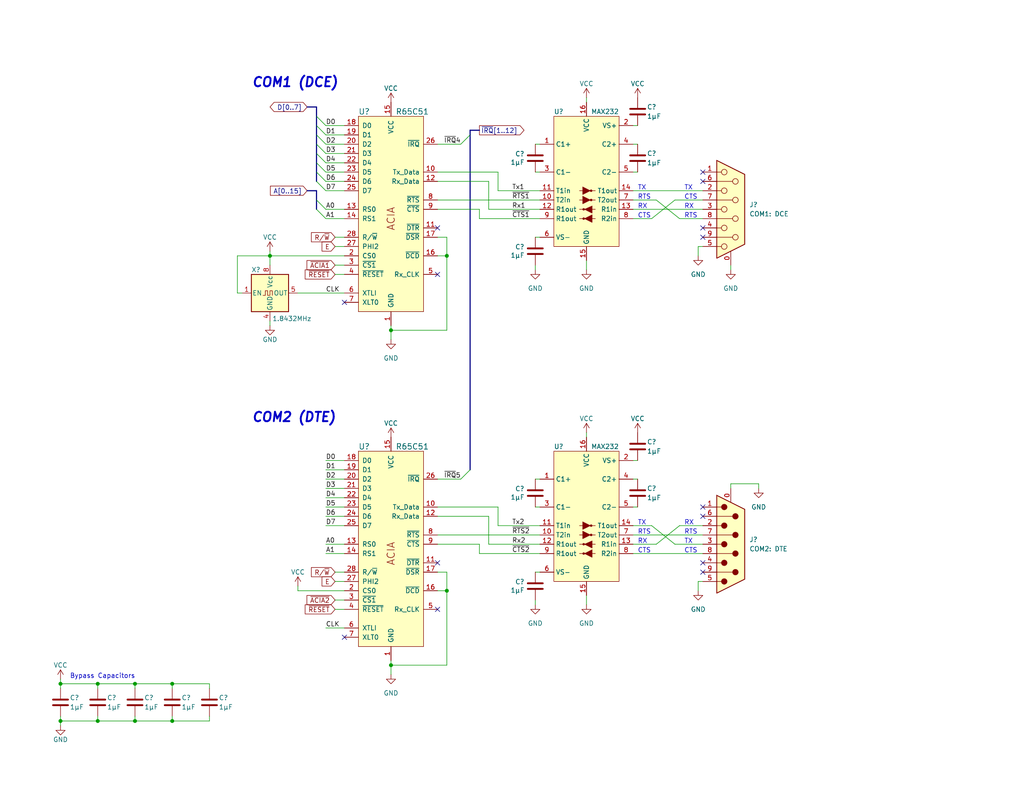
<source format=kicad_sch>
(kicad_sch (version 20230121) (generator eeschema)
  (paper "USLetter")
  (title_block (title "Asynchronous Communication Interface Adapter (2x ACIA)") (date "2024-03-17") (rev "1.4") (company "Frédéric Segard") (comment 1 "MicroHobbyist's Retro Homebrew Computers") (comment 2 "microhobbyist.com"))
  (lib_symbols
    (symbol "0_Library:MAX232"
      (property "Reference" "U" (at -7.62 0 0))
      (property "Value" "MAX232" (at 1.27 0 0))
      (symbol "MAX232_0_1"
        (rectangle (start -8.89 -1.27) (end 8.89 -36.83) (stroke (width 0.1524)) (fill (type background)))
        (circle (center -0.762 -29.21) (radius 0.254) (stroke (width 0.1524)) (fill (type outline)))
        (circle (center -0.762 -26.67) (radius 0.254) (stroke (width 0.1524)) (fill (type outline)))
        (polyline (pts (xy -1.016 -24.13) (xy -1.905 -24.13)) (stroke (width 0.1524)))
        (polyline (pts (xy -1.016 -21.59) (xy -1.905 -21.59)) (stroke (width 0.1524)))
        (polyline (pts (xy -0.508 -29.21) (xy -1.905 -29.21)) (stroke (width 0.1524)))
        (polyline (pts (xy -0.508 -26.67) (xy -1.905 -26.67)) (stroke (width 0.1524)))
        (polyline (pts (xy 1.016 -24.13) (xy 2.413 -24.13)) (stroke (width 0.1524)))
        (polyline (pts (xy 1.016 -21.59) (xy 2.413 -21.59)) (stroke (width 0.1524)))
        (polyline (pts (xy 1.524 -29.21) (xy 2.413 -29.21)) (stroke (width 0.1524)))
        (polyline (pts (xy 1.524 -26.67) (xy 2.413 -26.67)) (stroke (width 0.1524)))
        (polyline (pts (xy -1.016 -23.114) (xy 1.016 -24.13) (xy -1.016 -25.146) (xy -1.016 -23.114)) (stroke (width 0.1524)) (fill (type outline)))
        (polyline (pts (xy -1.016 -20.574) (xy -1.016 -22.606) (xy 1.016 -21.59) (xy -1.016 -20.574)) (stroke (width 0.1524)) (fill (type outline)))
        (polyline (pts (xy 1.524 -28.194) (xy 1.524 -30.226) (xy -0.508 -29.21) (xy 1.524 -28.194)) (stroke (width 0.1524)) (fill (type outline)))
        (polyline (pts (xy 1.524 -25.781) (xy 1.524 -27.686) (xy -0.508 -26.67) (xy 1.524 -25.781)) (stroke (width 0.1524)) (fill (type outline)))
        (circle (center 1.27 -24.13) (radius 0.254) (stroke (width 0.1524)) (fill (type outline)))
        (circle (center 1.27 -21.59) (radius 0.254) (stroke (width 0.1524)) (fill (type outline)))
      )
      (symbol "MAX232_1_1"
        (pin passive line (at -12.7 -8.89 0) (length 3.81) (name "C1+") (number "1"))
        (pin input line (at -12.7 -24.13 0) (length 3.81) (name "T2in") (number "10"))
        (pin input line (at -12.7 -21.59 0) (length 3.81) (name "T1in") (number "11"))
        (pin output line (at -12.7 -26.67 0) (length 3.81) (name "R1out") (number "12"))
        (pin input line (at 12.7 -26.67 180) (length 3.81) (name "R1in") (number "13"))
        (pin output line (at 12.7 -21.59 180) (length 3.81) (name "T1out") (number "14"))
        (pin power_in line (at 0 -40.64 90) (length 3.81) (name "GND") (number "15"))
        (pin power_in line (at 0 2.54 270) (length 3.81) (name "VCC") (number "16"))
        (pin power_out line (at 12.7 -3.81 180) (length 3.81) (name "VS+") (number "2"))
        (pin passive line (at -12.7 -16.51 0) (length 3.81) (name "C1-") (number "3"))
        (pin passive line (at 12.7 -8.89 180) (length 3.81) (name "C2+") (number "4"))
        (pin passive line (at 12.7 -16.51 180) (length 3.81) (name "C2-") (number "5"))
        (pin power_out line (at -12.7 -34.29 0) (length 3.81) (name "VS-") (number "6"))
        (pin output line (at 12.7 -24.13 180) (length 3.81) (name "T2out") (number "7"))
        (pin input line (at 12.7 -29.21 180) (length 3.81) (name "R2in") (number "8"))
        (pin output line (at -12.7 -29.21 0) (length 3.81) (name "R1out") (number "9"))
      )
    )
    (symbol "0_Library:R65C51" (pin_names (offset 1.016))
      (property "Reference" "U" (at -8.89 19.05 0))
      (property "Value" "R65C51P" (at 1.27 19.05 0))
      (symbol "R65C51_0_1"
        (rectangle (start -8.89 17.78) (end 8.89 -35.56) (fill (type background)))
      )
      (symbol "R65C51_1_0"
        (text "ACIA" (at 0 -10.16 900) (effects (font (size 2 2))))
      )
      (symbol "R65C51_1_1"
        (pin power_in line (at 0 -39.37 90) (length 3.81) (name "GND") (number "1"))
        (pin output line (at 12.7 2.54 180) (length 3.81) (name "Tx_Data") (number "10"))
        (pin output line (at 12.7 -12.7 180) (length 3.81) (name "~{DTR}") (number "11"))
        (pin input line (at 12.7 0 180) (length 3.81) (name "Rx_Data") (number "12"))
        (pin input line (at -12.7 -7.62 0) (length 3.81) (name "RS0") (number "13"))
        (pin input line (at -12.7 -10.16 0) (length 3.81) (name "RS1") (number "14"))
        (pin power_in line (at 0 21.59 270) (length 3.81) (name "VCC") (number "15"))
        (pin input line (at 12.7 -20.32 180) (length 3.81) (name "~{DCD}") (number "16"))
        (pin input line (at 12.7 -15.24 180) (length 3.81) (name "~{DSR}") (number "17"))
        (pin bidirectional line (at -12.7 15.24 0) (length 3.81) (name "D0") (number "18"))
        (pin bidirectional line (at -12.7 12.7 0) (length 3.81) (name "D1") (number "19"))
        (pin input line (at -12.7 -20.32 0) (length 3.81) (name "CS0") (number "2"))
        (pin bidirectional line (at -12.7 10.16 0) (length 3.81) (name "D2") (number "20"))
        (pin bidirectional line (at -12.7 7.62 0) (length 3.81) (name "D3") (number "21"))
        (pin bidirectional line (at -12.7 5.08 0) (length 3.81) (name "D4") (number "22"))
        (pin bidirectional line (at -12.7 2.54 0) (length 3.81) (name "D5") (number "23"))
        (pin bidirectional line (at -12.7 0 0) (length 3.81) (name "D6") (number "24"))
        (pin bidirectional line (at -12.7 -2.54 0) (length 3.81) (name "D7") (number "25"))
        (pin output line (at 12.7 10.16 180) (length 3.81) (name "~{IRQ}") (number "26"))
        (pin input line (at -12.7 -17.78 0) (length 3.81) (name "PHI2") (number "27"))
        (pin input line (at -12.7 -15.24 0) (length 3.81) (name "R/~{W}") (number "28"))
        (pin input line (at -12.7 -22.86 0) (length 3.81) (name "~{CS1}") (number "3"))
        (pin input line (at -12.7 -25.4 0) (length 3.81) (name "~{RESET}") (number "4"))
        (pin bidirectional line (at 12.7 -25.4 180) (length 3.81) (name "Rx_CLK") (number "5"))
        (pin input line (at -12.7 -30.48 0) (length 3.81) (name "XTLI") (number "6"))
        (pin input line (at -12.7 -33.02 0) (length 3.81) (name "XLT0") (number "7"))
        (pin output line (at 12.7 -5.08 180) (length 3.81) (name "~{RTS}") (number "8"))
        (pin input line (at 12.7 -7.62 180) (length 3.81) (name "~{CTS}") (number "9"))
      )
    )
    (symbol "Connector:DE9_Plug_MountingHoles" (pin_names (offset 1.016) hide)
      (property "Reference" "J" (at 0 16.51 0))
      (property "Value" "DE9_Plug_MountingHoles" (at 0 14.605 0))
      (symbol "DE9_Plug_MountingHoles_0_1"
        (circle (center -1.778 -10.16) (radius 0.762) (fill (type outline)))
        (circle (center -1.778 -5.08) (radius 0.762) (fill (type outline)))
        (circle (center -1.778 0) (radius 0.762) (fill (type outline)))
        (circle (center -1.778 5.08) (radius 0.762) (fill (type outline)))
        (circle (center -1.778 10.16) (radius 0.762) (fill (type outline)))
        (polyline (pts (xy -3.81 -10.16) (xy -2.54 -10.16)))
        (polyline (pts (xy -3.81 -7.62) (xy 0.508 -7.62)))
        (polyline (pts (xy -3.81 -5.08) (xy -2.54 -5.08)))
        (polyline (pts (xy -3.81 -2.54) (xy 0.508 -2.54)))
        (polyline (pts (xy -3.81 0) (xy -2.54 0)))
        (polyline (pts (xy -3.81 2.54) (xy 0.508 2.54)))
        (polyline (pts (xy -3.81 5.08) (xy -2.54 5.08)))
        (polyline (pts (xy -3.81 7.62) (xy 0.508 7.62)))
        (polyline (pts (xy -3.81 10.16) (xy -2.54 10.16)))
        (polyline (pts (xy -3.81 -13.335) (xy -3.81 13.335) (xy 3.81 9.525) (xy 3.81 -9.525) (xy -3.81 -13.335)) (stroke (width 0.254)) (fill (type background)))
        (circle (center 1.27 -7.62) (radius 0.762) (fill (type outline)))
        (circle (center 1.27 -2.54) (radius 0.762) (fill (type outline)))
        (circle (center 1.27 2.54) (radius 0.762) (fill (type outline)))
        (circle (center 1.27 7.62) (radius 0.762) (fill (type outline)))
      )
      (symbol "DE9_Plug_MountingHoles_1_1"
        (pin passive line (at 0 -15.24 90) (length 3.81) (name "PAD") (number "0"))
        (pin passive line (at -7.62 -10.16 0) (length 3.81) (name "1") (number "1"))
        (pin passive line (at -7.62 -5.08 0) (length 3.81) (name "2") (number "2"))
        (pin passive line (at -7.62 0 0) (length 3.81) (name "3") (number "3"))
        (pin passive line (at -7.62 5.08 0) (length 3.81) (name "4") (number "4"))
        (pin passive line (at -7.62 10.16 0) (length 3.81) (name "5") (number "5"))
        (pin passive line (at -7.62 -7.62 0) (length 3.81) (name "6") (number "6"))
        (pin passive line (at -7.62 -2.54 0) (length 3.81) (name "7") (number "7"))
        (pin passive line (at -7.62 2.54 0) (length 3.81) (name "8") (number "8"))
        (pin passive line (at -7.62 7.62 0) (length 3.81) (name "9") (number "9"))
      )
    )
    (symbol "Connector:DE9_Receptacle_MountingHoles" (pin_names (offset 1.016) hide)
      (property "Reference" "J" (at 0 16.51 0))
      (property "Value" "DE9_Receptacle_MountingHoles" (at 0 14.605 0))
      (symbol "DE9_Receptacle_MountingHoles_0_1"
        (circle (center -1.778 -10.16) (radius 0.762))
        (circle (center -1.778 -5.08) (radius 0.762))
        (circle (center -1.778 0) (radius 0.762))
        (circle (center -1.778 5.08) (radius 0.762))
        (circle (center -1.778 10.16) (radius 0.762))
        (polyline (pts (xy -3.81 -10.16) (xy -2.54 -10.16)))
        (polyline (pts (xy -3.81 -7.62) (xy 0.508 -7.62)))
        (polyline (pts (xy -3.81 -5.08) (xy -2.54 -5.08)))
        (polyline (pts (xy -3.81 -2.54) (xy 0.508 -2.54)))
        (polyline (pts (xy -3.81 0) (xy -2.54 0)))
        (polyline (pts (xy -3.81 2.54) (xy 0.508 2.54)))
        (polyline (pts (xy -3.81 5.08) (xy -2.54 5.08)))
        (polyline (pts (xy -3.81 7.62) (xy 0.508 7.62)))
        (polyline (pts (xy -3.81 10.16) (xy -2.54 10.16)))
        (polyline (pts (xy -3.81 13.335) (xy -3.81 -13.335) (xy 3.81 -9.525) (xy 3.81 9.525) (xy -3.81 13.335)) (stroke (width 0.254)) (fill (type background)))
        (circle (center 1.27 -7.62) (radius 0.762))
        (circle (center 1.27 -2.54) (radius 0.762))
        (circle (center 1.27 2.54) (radius 0.762))
        (circle (center 1.27 7.62) (radius 0.762))
      )
      (symbol "DE9_Receptacle_MountingHoles_1_1"
        (pin passive line (at 0 -15.24 90) (length 3.81) (name "PAD") (number "0"))
        (pin passive line (at -7.62 10.16 0) (length 3.81) (name "1") (number "1"))
        (pin passive line (at -7.62 5.08 0) (length 3.81) (name "2") (number "2"))
        (pin passive line (at -7.62 0 0) (length 3.81) (name "3") (number "3"))
        (pin passive line (at -7.62 -5.08 0) (length 3.81) (name "4") (number "4"))
        (pin passive line (at -7.62 -10.16 0) (length 3.81) (name "5") (number "5"))
        (pin passive line (at -7.62 7.62 0) (length 3.81) (name "6") (number "6"))
        (pin passive line (at -7.62 2.54 0) (length 3.81) (name "7") (number "7"))
        (pin passive line (at -7.62 -2.54 0) (length 3.81) (name "8") (number "8"))
        (pin passive line (at -7.62 -7.62 0) (length 3.81) (name "9") (number "9"))
      )
    )
    (symbol "Device:C" (pin_numbers hide) (pin_names (offset 0.254))
      (property "Reference" "C" (at 0.635 2.54 0))
      (property "Value" "C" (at 0.635 -2.54 0))
      (symbol "C_0_1"
        (polyline (pts (xy -2.032 -0.762) (xy 2.032 -0.762)) (stroke (width 0.508)))
        (polyline (pts (xy -2.032 0.762) (xy 2.032 0.762)) (stroke (width 0.508)))
      )
      (symbol "C_1_1"
        (pin passive line (at 0 3.81 270) (length 2.794) (name "~") (number "1"))
        (pin passive line (at 0 -3.81 90) (length 2.794) (name "~") (number "2"))
      )
    )
    (symbol "GND_1" (power) (pin_names (offset 0))
      (property "Value" "GND_1" (at 0 -3.81 0))
      (symbol "GND_1_0_1"
        (polyline (pts (xy 0 0) (xy 0 -1.27) (xy 1.27 -1.27) (xy 0 -2.54) (xy -1.27 -1.27) (xy 0 -1.27)))
      )
      (symbol "GND_1_1_1"
        (pin power_in line (at 0 0 270) (length 0) hide (name "GND") (number "1"))
      )
    )
    (symbol "Oscillator:CXO_DIP8" (pin_names (offset 0.254))
      (property "Reference" "X" (at -5.08 6.35 0))
      (property "Value" "CXO_DIP8" (at 1.27 -6.35 0))
      (symbol "CXO_DIP8_0_1"
        (rectangle (start -5.08 5.08) (end 5.08 -5.08) (stroke (width 0.254)) (fill (type background)))
        (polyline (pts (xy -1.905 -0.635) (xy -1.27 -0.635) (xy -1.27 0.635) (xy -0.635 0.635) (xy -0.635 -0.635) (xy 0 -0.635) (xy 0 0.635) (xy 0.635 0.635) (xy 0.635 -0.635)))
      )
      (symbol "CXO_DIP8_1_1"
        (pin input line (at -7.62 0 0) (length 2.54) (name "EN") (number "1"))
        (pin power_in line (at 0 -7.62 90) (length 2.54) (name "GND") (number "4"))
        (pin output line (at 7.62 0 180) (length 2.54) (name "OUT") (number "5"))
        (pin power_in line (at 0 7.62 270) (length 2.54) (name "Vcc") (number "8"))
      )
    )
    (symbol "power:GND" (power) (pin_names (offset 0))
      (property "Value" "GND" (at 0 -3.81 0))
      (symbol "GND_0_1"
        (polyline (pts (xy 0 0) (xy 0 -1.27) (xy 1.27 -1.27) (xy 0 -2.54) (xy -1.27 -1.27) (xy 0 -1.27)))
      )
      (symbol "GND_1_1"
        (pin power_in line (at 0 0 270) (length 0) hide (name "GND") (number "1"))
      )
    )
    (symbol "power:VCC" (power) (pin_names (offset 0))
      (property "Value" "VCC" (at 0 3.81 0))
      (symbol "VCC_0_1"
        (polyline (pts (xy -0.762 1.27) (xy 0 2.54)))
        (polyline (pts (xy 0 0) (xy 0 2.54)))
        (polyline (pts (xy 0 2.54) (xy 0.762 1.27)))
      )
      (symbol "VCC_1_1"
        (pin power_in line (at 0 0 90) (length 0) hide (name "VCC") (number "1"))
      )
    )
  )
  (junction (at 46.99 186.69))
  (junction (at 106.68 90.17))
  (junction (at 26.67 196.85))
  (junction (at 36.83 186.69))
  (junction (at 26.67 186.69))
  (junction (at 121.92 69.85))
  (junction (at 73.66 69.85))
  (junction (at 106.68 181.61))
  (junction (at 16.51 196.85))
  (junction (at 121.92 161.29))
  (junction (at 36.83 196.85))
  (junction (at 16.51 186.69))
  (junction (at 46.99 196.85))
  (no_connect (at 191.77 64.77))
  (no_connect (at 119.38 153.67))
  (no_connect (at 191.77 46.99))
  (no_connect (at 93.98 173.99))
  (no_connect (at 191.77 153.67))
  (no_connect (at 191.77 140.97))
  (no_connect (at 191.77 156.21))
  (no_connect (at 191.77 49.53))
  (no_connect (at 93.98 82.55))
  (no_connect (at 119.38 62.23))
  (no_connect (at 119.38 166.37))
  (no_connect (at 119.38 74.93))
  (no_connect (at 191.77 138.43))
  (no_connect (at 191.77 62.23))
  (bus_entry (at 86.36 46.99) (size 2.54 2.54))
  (bus_entry (at 86.36 57.15) (size 2.54 2.54))
  (bus_entry (at 86.36 44.45) (size 2.54 2.54))
  (bus_entry (at 125.73 130.81) (size 2.54 -2.54))
  (bus_entry (at 125.73 39.37) (size 2.54 -2.54))
  (bus_entry (at 86.36 49.53) (size 2.54 2.54))
  (bus_entry (at 86.36 34.29) (size 2.54 2.54))
  (bus_entry (at 86.36 41.91) (size 2.54 2.54))
  (bus_entry (at 86.36 36.83) (size 2.54 2.54))
  (bus_entry (at 86.36 31.75) (size 2.54 2.54))
  (bus_entry (at 86.36 39.37) (size 2.54 2.54))
  (bus_entry (at 86.36 54.61) (size 2.54 2.54))
  (wire (pts (xy 88.9 46.99) (xy 93.98 46.99)))
  (wire (pts (xy 64.77 80.01) (xy 64.77 69.85)))
  (wire (pts (xy 172.72 59.69) (xy 177.8 59.69)))
  (wire (pts (xy 106.68 90.17) (xy 106.68 92.71)))
  (wire (pts (xy 88.9 151.13) (xy 93.98 151.13)))
  (wire (pts (xy 119.38 161.29) (xy 121.92 161.29)))
  (wire (pts (xy 146.05 72.39) (xy 146.05 73.66)))
  (wire (pts (xy 146.05 163.83) (xy 146.05 165.1)))
  (wire (pts (xy 36.83 195.58) (xy 36.83 196.85)))
  (wire (pts (xy 172.72 52.07) (xy 191.77 52.07)))
  (bus (pts (xy 86.36 34.29) (xy 86.36 31.75)))
  (wire (pts (xy 91.44 156.21) (xy 93.98 156.21)))
  (wire (pts (xy 172.72 130.81) (xy 173.99 130.81)))
  (wire (pts (xy 121.92 64.77) (xy 119.38 64.77)))
  (wire (pts (xy 26.67 195.58) (xy 26.67 196.85)))
  (wire (pts (xy 146.05 138.43) (xy 147.32 138.43)))
  (wire (pts (xy 190.5 158.75) (xy 190.5 161.29)))
  (wire (pts (xy 88.9 133.35) (xy 93.98 133.35)))
  (wire (pts (xy 146.05 156.21) (xy 147.32 156.21)))
  (wire (pts (xy 172.72 146.05) (xy 191.77 146.05)))
  (wire (pts (xy 81.28 80.01) (xy 93.98 80.01)))
  (wire (pts (xy 191.77 59.69) (xy 185.42 59.69)))
  (bus (pts (xy 83.82 29.21) (xy 86.36 29.21)))
  (wire (pts (xy 88.9 143.51) (xy 93.98 143.51)))
  (bus (pts (xy 86.36 46.99) (xy 86.36 44.45)))
  (wire (pts (xy 172.72 151.13) (xy 191.77 151.13)))
  (wire (pts (xy 88.9 36.83) (xy 93.98 36.83)))
  (bus (pts (xy 86.36 36.83) (xy 86.36 34.29)))
  (wire (pts (xy 146.05 39.37) (xy 147.32 39.37)))
  (wire (pts (xy 88.9 130.81) (xy 93.98 130.81)))
  (wire (pts (xy 36.83 186.69) (xy 36.83 187.96)))
  (wire (pts (xy 81.28 160.02) (xy 81.28 161.29)))
  (wire (pts (xy 16.51 186.69) (xy 16.51 187.96)))
  (wire (pts (xy 146.05 130.81) (xy 147.32 130.81)))
  (bus (pts (xy 86.36 54.61) (xy 86.36 57.15)))
  (wire (pts (xy 199.39 132.08) (xy 207.01 132.08)))
  (bus (pts (xy 86.36 49.53) (xy 86.36 46.99)))
  (wire (pts (xy 88.9 148.59) (xy 93.98 148.59)))
  (wire (pts (xy 91.44 166.37) (xy 93.98 166.37)))
  (wire (pts (xy 91.44 74.93) (xy 93.98 74.93)))
  (wire (pts (xy 16.51 185.42) (xy 16.51 186.69)))
  (wire (pts (xy 106.68 90.17) (xy 106.68 88.9)))
  (bus (pts (xy 128.27 36.83) (xy 128.27 35.56)))
  (wire (pts (xy 16.51 186.69) (xy 26.67 186.69)))
  (wire (pts (xy 160.02 165.1) (xy 160.02 162.56)))
  (wire (pts (xy 119.38 138.43) (xy 135.89 138.43)))
  (wire (pts (xy 88.9 34.29) (xy 93.98 34.29)))
  (wire (pts (xy 133.35 57.15) (xy 133.35 49.53)))
  (wire (pts (xy 133.35 148.59) (xy 133.35 140.97)))
  (wire (pts (xy 121.92 90.17) (xy 106.68 90.17)))
  (wire (pts (xy 179.07 148.59) (xy 185.42 143.51)))
  (wire (pts (xy 121.92 69.85) (xy 121.92 64.77)))
  (wire (pts (xy 172.72 54.61) (xy 179.07 54.61)))
  (wire (pts (xy 119.38 146.05) (xy 147.32 146.05)))
  (bus (pts (xy 128.27 36.83) (xy 128.27 128.27)))
  (wire (pts (xy 119.38 130.81) (xy 125.73 130.81)))
  (wire (pts (xy 185.42 59.69) (xy 179.07 54.61)))
  (wire (pts (xy 88.9 39.37) (xy 93.98 39.37)))
  (wire (pts (xy 147.32 59.69) (xy 130.81 59.69)))
  (wire (pts (xy 121.92 161.29) (xy 121.92 181.61)))
  (wire (pts (xy 172.72 138.43) (xy 173.99 138.43)))
  (wire (pts (xy 66.04 80.01) (xy 64.77 80.01)))
  (wire (pts (xy 88.9 41.91) (xy 93.98 41.91)))
  (wire (pts (xy 172.72 46.99) (xy 173.99 46.99)))
  (wire (pts (xy 146.05 46.99) (xy 147.32 46.99)))
  (wire (pts (xy 36.83 186.69) (xy 46.99 186.69)))
  (wire (pts (xy 147.32 57.15) (xy 133.35 57.15)))
  (wire (pts (xy 26.67 196.85) (xy 36.83 196.85)))
  (wire (pts (xy 73.66 69.85) (xy 93.98 69.85)))
  (wire (pts (xy 73.66 69.85) (xy 73.66 72.39)))
  (wire (pts (xy 88.9 49.53) (xy 93.98 49.53)))
  (wire (pts (xy 88.9 59.69) (xy 93.98 59.69)))
  (bus (pts (xy 86.36 44.45) (xy 86.36 41.91)))
  (wire (pts (xy 119.38 54.61) (xy 147.32 54.61)))
  (wire (pts (xy 88.9 138.43) (xy 93.98 138.43)))
  (wire (pts (xy 46.99 186.69) (xy 46.99 187.96)))
  (wire (pts (xy 199.39 133.35) (xy 199.39 132.08)))
  (wire (pts (xy 207.01 133.35) (xy 207.01 132.08)))
  (wire (pts (xy 121.92 156.21) (xy 119.38 156.21)))
  (wire (pts (xy 172.72 143.51) (xy 177.8 143.51)))
  (wire (pts (xy 190.5 158.75) (xy 191.77 158.75)))
  (wire (pts (xy 46.99 196.85) (xy 57.15 196.85)))
  (wire (pts (xy 81.28 161.29) (xy 93.98 161.29)))
  (wire (pts (xy 190.5 67.31) (xy 190.5 69.85)))
  (wire (pts (xy 160.02 118.11) (xy 160.02 119.38)))
  (wire (pts (xy 121.92 69.85) (xy 121.92 90.17)))
  (wire (pts (xy 172.72 39.37) (xy 173.99 39.37)))
  (bus (pts (xy 86.36 41.91) (xy 86.36 39.37)))
  (wire (pts (xy 130.81 148.59) (xy 119.38 148.59)))
  (wire (pts (xy 73.66 68.58) (xy 73.66 69.85)))
  (wire (pts (xy 177.8 59.69) (xy 184.15 54.61)))
  (wire (pts (xy 26.67 186.69) (xy 26.67 187.96)))
  (wire (pts (xy 88.9 135.89) (xy 93.98 135.89)))
  (wire (pts (xy 185.42 143.51) (xy 191.77 143.51)))
  (wire (pts (xy 135.89 143.51) (xy 135.89 138.43)))
  (wire (pts (xy 91.44 64.77) (xy 93.98 64.77)))
  (wire (pts (xy 88.9 128.27) (xy 93.98 128.27)))
  (wire (pts (xy 91.44 163.83) (xy 93.98 163.83)))
  (wire (pts (xy 57.15 186.69) (xy 57.15 187.96)))
  (wire (pts (xy 36.83 196.85) (xy 46.99 196.85)))
  (wire (pts (xy 91.44 158.75) (xy 93.98 158.75)))
  (wire (pts (xy 160.02 73.66) (xy 160.02 71.12)))
  (wire (pts (xy 88.9 57.15) (xy 93.98 57.15)))
  (bus (pts (xy 86.36 31.75) (xy 86.36 29.21)))
  (wire (pts (xy 130.81 151.13) (xy 130.81 148.59)))
  (wire (pts (xy 119.38 69.85) (xy 121.92 69.85)))
  (wire (pts (xy 133.35 140.97) (xy 119.38 140.97)))
  (bus (pts (xy 128.27 35.56) (xy 130.81 35.56)))
  (wire (pts (xy 88.9 171.45) (xy 93.98 171.45)))
  (wire (pts (xy 172.72 34.29) (xy 173.99 34.29)))
  (wire (pts (xy 119.38 46.99) (xy 135.89 46.99)))
  (wire (pts (xy 191.77 67.31) (xy 190.5 67.31)))
  (wire (pts (xy 88.9 125.73) (xy 93.98 125.73)))
  (wire (pts (xy 135.89 52.07) (xy 135.89 46.99)))
  (wire (pts (xy 26.67 186.69) (xy 36.83 186.69)))
  (wire (pts (xy 88.9 52.07) (xy 93.98 52.07)))
  (wire (pts (xy 91.44 72.39) (xy 93.98 72.39)))
  (wire (pts (xy 16.51 196.85) (xy 26.67 196.85)))
  (wire (pts (xy 106.68 181.61) (xy 106.68 184.15)))
  (wire (pts (xy 64.77 69.85) (xy 73.66 69.85)))
  (bus (pts (xy 86.36 54.61) (xy 86.36 52.07)))
  (wire (pts (xy 184.15 54.61) (xy 191.77 54.61)))
  (wire (pts (xy 121.92 161.29) (xy 121.92 156.21)))
  (wire (pts (xy 16.51 196.85) (xy 16.51 198.12)))
  (wire (pts (xy 130.81 59.69) (xy 130.81 57.15)))
  (wire (pts (xy 16.51 195.58) (xy 16.51 196.85)))
  (wire (pts (xy 57.15 195.58) (xy 57.15 196.85)))
  (wire (pts (xy 147.32 148.59) (xy 133.35 148.59)))
  (wire (pts (xy 46.99 186.69) (xy 57.15 186.69)))
  (wire (pts (xy 106.68 181.61) (xy 106.68 180.34)))
  (wire (pts (xy 172.72 148.59) (xy 179.07 148.59)))
  (wire (pts (xy 91.44 67.31) (xy 93.98 67.31)))
  (wire (pts (xy 160.02 26.67) (xy 160.02 27.94)))
  (wire (pts (xy 184.15 148.59) (xy 177.8 143.51)))
  (wire (pts (xy 172.72 125.73) (xy 173.99 125.73)))
  (wire (pts (xy 172.72 57.15) (xy 191.77 57.15)))
  (wire (pts (xy 146.05 64.77) (xy 147.32 64.77)))
  (wire (pts (xy 119.38 39.37) (xy 125.73 39.37)))
  (wire (pts (xy 199.39 72.39) (xy 199.39 73.66)))
  (wire (pts (xy 73.66 88.9) (xy 73.66 87.63)))
  (wire (pts (xy 121.92 181.61) (xy 106.68 181.61)))
  (wire (pts (xy 147.32 52.07) (xy 135.89 52.07)))
  (wire (pts (xy 184.15 148.59) (xy 191.77 148.59)))
  (wire (pts (xy 46.99 195.58) (xy 46.99 196.85)))
  (wire (pts (xy 133.35 49.53) (xy 119.38 49.53)))
  (wire (pts (xy 130.81 57.15) (xy 119.38 57.15)))
  (wire (pts (xy 147.32 151.13) (xy 130.81 151.13)))
  (wire (pts (xy 147.32 143.51) (xy 135.89 143.51)))
  (wire (pts (xy 88.9 140.97) (xy 93.98 140.97)))
  (wire (pts (xy 88.9 44.45) (xy 93.98 44.45)))
  (bus (pts (xy 86.36 39.37) (xy 86.36 36.83)))
  (bus (pts (xy 83.82 52.07) (xy 86.36 52.07)))
  (text "COM2 (DTE)" (at 68.58 115.57 0) (effects (font (size 2.54 2.54) (thickness 0.508) bold italic) (justify left bottom)))
  (text "CTS" (at 186.69 151.13 0) (effects (font (size 1.27 1.27)) (justify left bottom)))
  (text "TX" (at 186.69 148.59 0) (effects (font (size 1.27 1.27)) (justify left bottom)))
  (text "RX" (at 173.99 57.15 0) (effects (font (size 1.27 1.27)) (justify left bottom)))
  (text "Bypass Capacitors" (at 19.05 185.42 0) (effects (font (size 1.27 1.27)) (justify left bottom)))
  (text "RTS" (at 173.99 146.05 0) (effects (font (size 1.27 1.27)) (justify left bottom)))
  (text "RTS" (at 173.99 54.61 0) (effects (font (size 1.27 1.27)) (justify left bottom)))
  (text "RX" (at 173.99 148.59 0) (effects (font (size 1.27 1.27)) (justify left bottom)))
  (text "TX" (at 186.69 52.07 0) (effects (font (size 1.27 1.27)) (justify left bottom)))
  (text "TX" (at 173.99 143.51 0) (effects (font (size 1.27 1.27)) (justify left bottom)))
  (text "CTS" (at 173.99 151.13 0) (effects (font (size 1.27 1.27)) (justify left bottom)))
  (text "RTS" (at 186.69 59.69 0) (effects (font (size 1.27 1.27)) (justify left bottom)))
  (text "RX" (at 186.69 143.51 0) (effects (font (size 1.27 1.27)) (justify left bottom)))
  (text "CTS" (at 173.99 59.69 0) (effects (font (size 1.27 1.27)) (justify left bottom)))
  (text "TX" (at 173.99 52.07 0) (effects (font (size 1.27 1.27)) (justify left bottom)))
  (text "RX" (at 186.69 57.15 0) (effects (font (size 1.27 1.27)) (justify left bottom)))
  (text "RTS" (at 186.69 146.05 0) (effects (font (size 1.27 1.27)) (justify left bottom)))
  (text "COM1 (DCE)" (at 68.58 24.13 0) (effects (font (size 2.54 2.54) (thickness 0.508) bold italic) (justify left bottom)))
  (text "CTS" (at 186.69 54.61 0) (effects (font (size 1.27 1.27)) (justify left bottom)))
  (label "Tx2" (at 139.7 143.51 0))
  (label "D2" (at 88.9 130.81 0))
  (label "A1" (at 88.9 59.69 0))
  (label "~{CTS2}" (at 139.7 151.13 0))
  (label "~{IRQ}5" (at 125.73 130.81 180))
  (label "~{CTS1}" (at 139.7 59.69 0))
  (label "A1" (at 88.9 151.13 0))
  (label "CLK" (at 88.9 171.45 0))
  (label "D5" (at 88.9 138.43 0))
  (label "D6" (at 88.9 49.53 0))
  (label "Rx1" (at 139.7 57.15 0))
  (label "Tx1" (at 139.7 52.07 0))
  (label "D4" (at 88.9 135.89 0))
  (label "D3" (at 88.9 41.91 0))
  (label "D5" (at 88.9 46.99 0))
  (label "A0" (at 88.9 57.15 0))
  (label "D0" (at 88.9 125.73 0))
  (label "D4" (at 88.9 44.45 0))
  (label "D6" (at 88.9 140.97 0))
  (label "D7" (at 88.9 143.51 0))
  (label "D1" (at 88.9 128.27 0))
  (label "A0" (at 88.9 148.59 0))
  (label "~{RTS2}" (at 139.7 146.05 0))
  (label "D1" (at 88.9 36.83 0))
  (label "D0" (at 88.9 34.29 0))
  (label "Rx2" (at 139.7 148.59 0))
  (label "D2" (at 88.9 39.37 0))
  (label "~{IRQ}4" (at 125.73 39.37 180))
  (label "~{RTS1}" (at 139.7 54.61 0))
  (label "D7" (at 88.9 52.07 0))
  (label "CLK" (at 88.9 80.01 0))
  (label "D3" (at 88.9 133.35 0))
  (global_label "D[0..7]" (shape bidirectional) (at 83.82 29.21 180) (property "Intersheetrefs" "${INTERSHEET_REFS}" (effects hide)))
  (global_label "E" (shape input) (at 91.44 67.31 180) (property "Intersheetrefs" "${INTERSHEET_REFS}" (effects hide)))
  (global_label "~{ACIA1}" (shape input) (at 91.44 72.39 180) (property "Intersheetrefs" "${INTERSHEET_REFS}" (effects hide)))
  (global_label "~{RESET}" (shape input) (at 91.44 74.93 180) (property "Intersheetrefs" "${INTERSHEET_REFS}" (effects hide)))
  (global_label "A[0..15]" (shape input) (at 83.82 52.07 180) (property "Intersheetrefs" "${INTERSHEET_REFS}" (effects hide)))
  (global_label "R{slash}~{W}" (shape input) (at 91.44 156.21 180) (property "Intersheetrefs" "${INTERSHEET_REFS}" (effects hide)))
  (global_label "~{RESET}" (shape input) (at 91.44 166.37 180) (property "Intersheetrefs" "${INTERSHEET_REFS}" (effects hide)))
  (global_label "R{slash}~{W}" (shape input) (at 91.44 64.77 180) (property "Intersheetrefs" "${INTERSHEET_REFS}" (effects hide)))
  (global_label "E" (shape input) (at 91.44 158.75 180) (property "Intersheetrefs" "${INTERSHEET_REFS}" (effects hide)))
  (global_label "~{ACIA2}" (shape input) (at 91.44 163.83 180) (property "Intersheetrefs" "${INTERSHEET_REFS}" (effects hide)))
  (global_label "~{IRQ}[1..12]" (shape output) (at 130.81 35.56 0) (property "Intersheetrefs" "${INTERSHEET_REFS}" (effects hide)))
  (symbol (lib_id "power:GND") (at 106.68 92.71 0) (unit 1)
    (property "Reference" "#PWR?" (effects hide))
    (property "Value" "GND" (at 106.68 97.79 0))
    (instances (project "PCB - CPU V1" (path "" (reference "#PWR?") (unit 1)) (path "" (reference "#PWR077") (unit 1))))
  )
  (symbol (lib_id "Device:C") (at 173.99 30.48 0) (unit 1)
    (property "Reference" "C?" (at 176.53 29.21 0) (effects (justify left)))
    (property "Value" "1µF" (at 176.53 31.75 0) (effects (justify left)))
    (property "Footprint" "Capacitor_THT:C_Disc_D3.0mm_W1.6mm_P2.50mm" (effects hide))
    (instances (project "4 - Quad serial" (path "" (reference "C?") (unit 1))) (project "PCB - CPU V1" (path "" (reference "C22") (unit 1))))
  )
  (symbol (lib_id "power:VCC") (at 81.28 160.02 0) (unit 1)
    (property "Reference" "#PWR?" (effects hide))
    (property "Value" "VCC" (at 81.28 156.21 0))
    (instances (project "PCB - CPU V1" (path "" (reference "#PWR?") (unit 1)) (path "" (reference "#PWR?") (unit 1)) (path "" (reference "#PWR082") (unit 1))))
  )
  (symbol (lib_id "0_Library:R65C51") (at 106.68 49.53 0) (unit 1)
    (property "Reference" "U?" (at 97.79 30.48 0) (effects (font (size 1.524 1.524)) (justify left)))
    (property "Value" "R65C51" (at 107.95 30.48 0) (effects (font (size 1.524 1.524)) (justify left)))
    (property "Footprint" "Package_DIP:DIP-28_W15.24mm_Socket" (effects hide))
    (instances (project "PCB - CPU V1" (path "" (reference "U?") (unit 1)) (path "" (reference "U17") (unit 1))))
  )
  (symbol (lib_id "power:VCC") (at 73.66 68.58 0) (unit 1)
    (property "Reference" "#PWR?" (effects hide))
    (property "Value" "VCC" (at 73.66 64.77 0))
    (instances (project "PCB - CPU V1" (path "" (reference "#PWR?") (unit 1)) (path "" (reference "#PWR?") (unit 1)) (path "" (reference "#PWR071") (unit 1))))
  )
  (symbol (lib_name "GND_1") (lib_id "power:GND") (at 160.02 165.1 0) (unit 1)
    (property "Reference" "#PWR?" (effects hide))
    (property "Value" "GND" (at 160.02 170.18 0))
    (instances (project "4 - Quad serial" (path "" (reference "#PWR?") (unit 1)) (path "" (reference "#PWR?") (unit 1))) (project "PCB - CPU V1" (path "" (reference "#PWR085") (unit 1))))
  )
  (symbol (lib_id "power:GND") (at 73.66 88.9 0) (unit 1)
    (property "Reference" "#PWR?" (effects hide))
    (property "Value" "GND" (at 73.66 92.71 0))
    (instances (project "PCB - CPU V1" (path "" (reference "#PWR?") (unit 1)) (path "" (reference "#PWR?") (unit 1)) (path "" (reference "#PWR076") (unit 1))))
  )
  (symbol (lib_id "power:VCC") (at 106.68 119.38 0) (unit 1)
    (property "Reference" "#PWR?" (effects hide))
    (property "Value" "VCC" (at 106.68 115.57 0))
    (instances (project "PCB - CPU V1" (path "" (reference "#PWR?") (unit 1)) (path "" (reference "#PWR080") (unit 1))))
  )
  (symbol (lib_id "power:VCC") (at 173.99 26.67 0) (unit 1)
    (property "Reference" "#PWR?" (effects hide))
    (property "Value" "VCC" (at 173.99 22.86 0))
    (instances (project "PCB - CPU V1" (path "" (reference "#PWR?") (unit 1)) (path "" (reference "#PWR069") (unit 1))))
  )
  (symbol (lib_id "0_Library:R65C51") (at 106.68 140.97 0) (unit 1)
    (property "Reference" "U?" (at 97.79 121.92 0) (effects (font (size 1.524 1.524)) (justify left)))
    (property "Value" "R65C51" (at 107.95 121.92 0) (effects (font (size 1.524 1.524)) (justify left)))
    (property "Footprint" "Package_DIP:DIP-28_W15.24mm_Socket" (effects hide))
    (instances (project "PCB - CPU V1" (path "" (reference "U?") (unit 1)) (path "" (reference "U19") (unit 1))))
  )
  (symbol (lib_name "GND_1") (lib_id "power:GND") (at 190.5 69.85 0) (unit 1)
    (property "Reference" "#PWR?" (effects hide))
    (property "Value" "GND" (at 190.5 74.93 0))
    (instances (project "4 - Quad serial" (path "" (reference "#PWR?") (unit 1)) (path "" (reference "#PWR?") (unit 1))) (project "PCB - CPU V1" (path "" (reference "#PWR072") (unit 1))))
  )
  (symbol (lib_id "Device:C") (at 16.51 191.77 0) (unit 1)
    (property "Reference" "C?" (at 19.05 190.5 0) (effects (justify left)))
    (property "Value" "1µF" (at 19.05 193.04 0) (effects (justify left)))
    (property "Footprint" "Capacitor_THT:C_Disc_D3.0mm_W1.6mm_P2.50mm" (effects hide))
    (instances (project "PCB - CPU V1" (path "" (reference "C?") (unit 1)) (path "" (reference "C?") (unit 1)) (path "" (reference "C?") (unit 1)) (path "" (reference "C30") (unit 1))))
  )
  (symbol (lib_name "GND_1") (lib_id "power:GND") (at 146.05 165.1 0) (unit 1)
    (property "Reference" "#PWR?" (effects hide))
    (property "Value" "GND" (at 146.05 170.18 0))
    (instances (project "4 - Quad serial" (path "" (reference "#PWR?") (unit 1)) (path "" (reference "#PWR?") (unit 1))) (project "PCB - CPU V1" (path "" (reference "#PWR084") (unit 1))))
  )
  (symbol (lib_id "Device:C") (at 146.05 68.58 0) (mirror y) (unit 1)
    (property "Reference" "C?" (at 143.129 67.4116 0) (effects (justify left)))
    (property "Value" "1µF" (at 143.129 69.723 0) (effects (justify left)))
    (property "Footprint" "Capacitor_THT:C_Disc_D3.0mm_W1.6mm_P2.50mm" (effects hide))
    (instances (project "4 - Quad serial" (path "" (reference "C?") (unit 1))) (project "PCB - CPU V1" (path "" (reference "C25") (unit 1))))
  )
  (symbol (lib_id "Device:C") (at 57.15 191.77 0) (unit 1)
    (property "Reference" "C?" (at 59.69 190.5 0) (effects (justify left)))
    (property "Value" "1µF" (at 59.69 193.04 0) (effects (justify left)))
    (property "Footprint" "Capacitor_THT:C_Disc_D3.0mm_W1.6mm_P2.50mm" (effects hide))
    (instances (project "PCB - CPU V1" (path "" (reference "C?") (unit 1)) (path "" (reference "C?") (unit 1)) (path "" (reference "C?") (unit 1)) (path "" (reference "C34") (unit 1))))
  )
  (symbol (lib_name "GND_1") (lib_id "power:GND") (at 190.5 161.29 0) (unit 1)
    (property "Reference" "#PWR?" (effects hide))
    (property "Value" "GND" (at 190.5 166.37 0))
    (instances (project "4 - Quad serial" (path "" (reference "#PWR?") (unit 1)) (path "" (reference "#PWR?") (unit 1))) (project "PCB - CPU V1" (path "" (reference "#PWR083") (unit 1))))
  )
  (symbol (lib_name "GND_1") (lib_id "power:GND") (at 160.02 73.66 0) (unit 1)
    (property "Reference" "#PWR?" (effects hide))
    (property "Value" "GND" (at 160.02 78.74 0))
    (instances (project "4 - Quad serial" (path "" (reference "#PWR?") (unit 1)) (path "" (reference "#PWR?") (unit 1))) (project "PCB - CPU V1" (path "" (reference "#PWR074") (unit 1))))
  )
  (symbol (lib_id "power:VCC") (at 106.68 27.94 0) (unit 1)
    (property "Reference" "#PWR?" (effects hide))
    (property "Value" "VCC" (at 106.68 24.13 0))
    (instances (project "PCB - CPU V1" (path "" (reference "#PWR?") (unit 1)) (path "" (reference "#PWR070") (unit 1))))
  )
  (symbol (lib_id "power:VCC") (at 16.51 185.42 0) (unit 1)
    (property "Reference" "#PWR?" (effects hide))
    (property "Value" "VCC" (at 16.51 181.61 0))
    (instances (project "PCB - CPU V1" (path "" (reference "#PWR?") (unit 1)) (path "" (reference "#PWR?") (unit 1)) (path "" (reference "#PWR?") (unit 1)) (path "" (reference "#PWR087") (unit 1))))
  )
  (symbol (lib_id "Connector:DE9_Plug_MountingHoles") (at 199.39 148.59 0) (mirror x) (unit 1)
    (property "Reference" "J?" (at 204.47 147.32 0) (effects (justify left)))
    (property "Value" "COM2: DTE" (at 204.47 149.86 0) (effects (justify left)))
    (property "Footprint" "Connector_Dsub:DSUB-9_Male_Horizontal_P2.77x2.84mm_EdgePinOffset4.94mm_Housed_MountingHolesOffset7.48mm" (effects hide))
    (property "Datasheet" " ~" (effects hide))
    (instances (project "4 - Quad serial" (path "" (reference "J?") (unit 1))) (project "PCB - CPU V1" (path "" (reference "J4") (unit 1))))
  )
  (symbol (lib_id "Device:C") (at 173.99 43.18 0) (unit 1)
    (property "Reference" "C?" (at 176.53 41.91 0) (effects (justify left)))
    (property "Value" "1µF" (at 176.53 44.45 0) (effects (justify left)))
    (property "Footprint" "Capacitor_THT:C_Disc_D3.0mm_W1.6mm_P2.50mm" (effects hide))
    (instances (project "4 - Quad serial" (path "" (reference "C?") (unit 1))) (project "PCB - CPU V1" (path "" (reference "C24") (unit 1))))
  )
  (symbol (lib_name "GND_1") (lib_id "power:GND") (at 207.01 133.35 0) (unit 1)
    (property "Reference" "#PWR?" (effects hide))
    (property "Value" "GND" (at 207.01 138.43 0))
    (instances (project "4 - Quad serial" (path "" (reference "#PWR?") (unit 1)) (path "" (reference "#PWR?") (unit 1))) (project "PCB - CPU V1" (path "" (reference "#PWR081") (unit 1))))
  )
  (symbol (lib_name "GND_1") (lib_id "power:GND") (at 146.05 73.66 0) (unit 1)
    (property "Reference" "#PWR?" (effects hide))
    (property "Value" "GND" (at 146.05 78.74 0))
    (instances (project "4 - Quad serial" (path "" (reference "#PWR?") (unit 1)) (path "" (reference "#PWR?") (unit 1))) (project "PCB - CPU V1" (path "" (reference "#PWR073") (unit 1))))
  )
  (symbol (lib_id "Device:C") (at 173.99 134.62 0) (unit 1)
    (property "Reference" "C?" (at 176.53 133.35 0) (effects (justify left)))
    (property "Value" "1µF" (at 176.53 135.89 0) (effects (justify left)))
    (property "Footprint" "Capacitor_THT:C_Disc_D3.0mm_W1.6mm_P2.50mm" (effects hide))
    (instances (project "4 - Quad serial" (path "" (reference "C?") (unit 1))) (project "PCB - CPU V1" (path "" (reference "C28") (unit 1))))
  )
  (symbol (lib_id "Device:C") (at 36.83 191.77 0) (unit 1)
    (property "Reference" "C?" (at 39.37 190.5 0) (effects (justify left)))
    (property "Value" "1µF" (at 39.37 193.04 0) (effects (justify left)))
    (property "Footprint" "Capacitor_THT:C_Disc_D3.0mm_W1.6mm_P2.50mm" (effects hide))
    (instances (project "PCB - CPU V1" (path "" (reference "C?") (unit 1)) (path "" (reference "C?") (unit 1)) (path "" (reference "C?") (unit 1)) (path "" (reference "C32") (unit 1))))
  )
  (symbol (lib_id "Device:C") (at 173.99 121.92 0) (unit 1)
    (property "Reference" "C?" (at 176.53 120.65 0) (effects (justify left)))
    (property "Value" "1µF" (at 176.53 123.19 0) (effects (justify left)))
    (property "Footprint" "Capacitor_THT:C_Disc_D3.0mm_W1.6mm_P2.50mm" (effects hide))
    (instances (project "4 - Quad serial" (path "" (reference "C?") (unit 1))) (project "PCB - CPU V1" (path "" (reference "C26") (unit 1))))
  )
  (symbol (lib_id "power:VCC") (at 160.02 26.67 0) (unit 1)
    (property "Reference" "#PWR?" (effects hide))
    (property "Value" "VCC" (at 160.02 22.86 0))
    (instances (project "PCB - CPU V1" (path "" (reference "#PWR?") (unit 1)) (path "" (reference "#PWR068") (unit 1))))
  )
  (symbol (lib_id "Device:C") (at 46.99 191.77 0) (unit 1)
    (property "Reference" "C?" (at 49.53 190.5 0) (effects (justify left)))
    (property "Value" "1µF" (at 49.53 193.04 0) (effects (justify left)))
    (property "Footprint" "Capacitor_THT:C_Disc_D3.0mm_W1.6mm_P2.50mm" (effects hide))
    (instances (project "PCB - CPU V1" (path "" (reference "C?") (unit 1)) (path "" (reference "C?") (unit 1)) (path "" (reference "C?") (unit 1)) (path "" (reference "C33") (unit 1))))
  )
  (symbol (lib_id "power:VCC") (at 160.02 118.11 0) (unit 1)
    (property "Reference" "#PWR?" (effects hide))
    (property "Value" "VCC" (at 160.02 114.3 0))
    (instances (project "PCB - CPU V1" (path "" (reference "#PWR?") (unit 1)) (path "" (reference "#PWR078") (unit 1))))
  )
  (symbol (lib_id "0_Library:MAX232") (at 160.02 30.48 0) (unit 1)
    (property "Reference" "U?" (at 151.13 30.48 0) (effects (justify left)))
    (property "Value" "MAX232" (at 161.29 30.48 0) (effects (justify left)))
    (property "Footprint" "Package_DIP:DIP-16_W7.62mm_Socket" (effects hide))
    (property "Datasheet" "http://www.ti.com/lit/ds/symlink/max232.pdf" (effects hide))
    (instances (project "4 - Quad serial" (path "" (reference "U?") (unit 1))) (project "PCB - CPU V1" (path "" (reference "U16") (unit 1))))
  )
  (symbol (lib_id "power:GND") (at 16.51 198.12 0) (unit 1)
    (property "Reference" "#PWR?" (effects hide))
    (property "Value" "GND" (at 16.51 201.93 0))
    (instances (project "PCB - CPU V1" (path "" (reference "#PWR?") (unit 1)) (path "" (reference "#PWR?") (unit 1)) (path "" (reference "#PWR?") (unit 1)) (path "" (reference "#PWR088") (unit 1))))
  )
  (symbol (lib_id "Device:C") (at 146.05 134.62 0) (mirror y) (unit 1)
    (property "Reference" "C?" (at 143.129 133.4516 0) (effects (justify left)))
    (property "Value" "1µF" (at 143.129 135.763 0) (effects (justify left)))
    (property "Footprint" "Capacitor_THT:C_Disc_D3.0mm_W1.6mm_P2.50mm" (effects hide))
    (instances (project "4 - Quad serial" (path "" (reference "C?") (unit 1))) (project "PCB - CPU V1" (path "" (reference "C27") (unit 1))))
  )
  (symbol (lib_id "Device:C") (at 26.67 191.77 0) (unit 1)
    (property "Reference" "C?" (at 29.21 190.5 0) (effects (justify left)))
    (property "Value" "1µF" (at 29.21 193.04 0) (effects (justify left)))
    (property "Footprint" "Capacitor_THT:C_Disc_D3.0mm_W1.6mm_P2.50mm" (effects hide))
    (instances (project "PCB - CPU V1" (path "" (reference "C?") (unit 1)) (path "" (reference "C?") (unit 1)) (path "" (reference "C?") (unit 1)) (path "" (reference "C31") (unit 1))))
  )
  (symbol (lib_id "Device:C") (at 146.05 43.18 0) (mirror y) (unit 1)
    (property "Reference" "C?" (at 143.129 42.0116 0) (effects (justify left)))
    (property "Value" "1µF" (at 143.129 44.323 0) (effects (justify left)))
    (property "Footprint" "Capacitor_THT:C_Disc_D3.0mm_W1.6mm_P2.50mm" (effects hide))
    (instances (project "4 - Quad serial" (path "" (reference "C?") (unit 1))) (project "PCB - CPU V1" (path "" (reference "C23") (unit 1))))
  )
  (symbol (lib_id "power:VCC") (at 173.99 118.11 0) (unit 1)
    (property "Reference" "#PWR?" (effects hide))
    (property "Value" "VCC" (at 173.99 114.3 0))
    (instances (project "PCB - CPU V1" (path "" (reference "#PWR?") (unit 1)) (path "" (reference "#PWR079") (unit 1))))
  )
  (symbol (lib_id "Connector:DE9_Receptacle_MountingHoles") (at 199.39 57.15 0) (unit 1)
    (property "Reference" "J?" (at 204.47 55.88 0) (effects (justify left)))
    (property "Value" "COM1: DCE" (at 204.47 58.42 0) (effects (justify left)))
    (property "Footprint" "Connector_Dsub:DSUB-9_Female_Horizontal_P2.77x2.84mm_EdgePinOffset4.94mm_Housed_MountingHolesOffset7.48mm" (effects hide))
    (property "Datasheet" " ~" (effects hide))
    (instances (project "4 - Quad serial" (path "" (reference "J?") (unit 1))) (project "PCB - CPU V1" (path "" (reference "J3") (unit 1))))
  )
  (symbol (lib_id "power:GND") (at 106.68 184.15 0) (unit 1)
    (property "Reference" "#PWR?" (effects hide))
    (property "Value" "GND" (at 106.68 189.23 0))
    (instances (project "PCB - CPU V1" (path "" (reference "#PWR?") (unit 1)) (path "" (reference "#PWR086") (unit 1))))
  )
  (symbol (lib_name "GND_1") (lib_id "power:GND") (at 199.39 73.66 0) (unit 1)
    (property "Reference" "#PWR?" (effects hide))
    (property "Value" "GND" (at 199.39 78.74 0))
    (instances (project "4 - Quad serial" (path "" (reference "#PWR?") (unit 1)) (path "" (reference "#PWR?") (unit 1))) (project "PCB - CPU V1" (path "" (reference "#PWR075") (unit 1))))
  )
  (symbol (lib_id "Device:C") (at 146.05 160.02 0) (mirror y) (unit 1)
    (property "Reference" "C?" (at 143.129 158.8516 0) (effects (justify left)))
    (property "Value" "1µF" (at 143.129 161.163 0) (effects (justify left)))
    (property "Footprint" "Capacitor_THT:C_Disc_D3.0mm_W1.6mm_P2.50mm" (effects hide))
    (instances (project "4 - Quad serial" (path "" (reference "C?") (unit 1))) (project "PCB - CPU V1" (path "" (reference "C29") (unit 1))))
  )
  (symbol (lib_id "Oscillator:CXO_DIP8") (at 73.66 80.01 0) (unit 1)
    (property "Reference" "X?" (at 69.85 73.66 0))
    (property "Value" "1.8432MHz" (at 74.295 86.995 0) (effects (justify left)))
    (property "Footprint" "Oscillator:Oscillator_DIP-8" (effects hide))
    (property "Datasheet" "http://cdn-reichelt.de/documents/datenblatt/B400/OSZI.pdf" (effects hide))
    (instances (project "PCB - CPU V1" (path "" (reference "X?") (unit 1)) (path "" (reference "X?") (unit 1)) (path "" (reference "X2") (unit 1))))
  )
  (symbol (lib_id "0_Library:MAX232") (at 160.02 121.92 0) (unit 1)
    (property "Reference" "U?" (at 151.13 121.92 0) (effects (justify left)))
    (property "Value" "MAX232" (at 161.29 121.92 0) (effects (justify left)))
    (property "Footprint" "Package_DIP:DIP-16_W7.62mm_Socket" (effects hide))
    (property "Datasheet" "http://www.ti.com/lit/ds/symlink/max232.pdf" (effects hide))
    (instances (project "4 - Quad serial" (path "" (reference "U?") (unit 1))) (project "PCB - CPU V1" (path "" (reference "U18") (unit 1))))
  )
)
</source>
